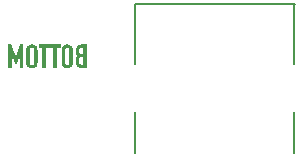
<source format=gbr>
%TF.GenerationSoftware,KiCad,Pcbnew,9.0.6*%
%TF.CreationDate,2026-02-06T14:40:20-05:00*%
%TF.ProjectId,DQ PS2 Controller Adapter,44512050-5332-4204-936f-6e74726f6c6c,1.0*%
%TF.SameCoordinates,Original*%
%TF.FileFunction,Legend,Bot*%
%TF.FilePolarity,Positive*%
%FSLAX46Y46*%
G04 Gerber Fmt 4.6, Leading zero omitted, Abs format (unit mm)*
G04 Created by KiCad (PCBNEW 9.0.6) date 2026-02-06 14:40:20*
%MOMM*%
%LPD*%
G01*
G04 APERTURE LIST*
%ADD10C,0.152000*%
%ADD11C,0.150000*%
G04 APERTURE END LIST*
D10*
G36*
X139817563Y-99170000D02*
G01*
X139429095Y-99170000D01*
X139288270Y-99159577D01*
X139177297Y-99131080D01*
X139090245Y-99087358D01*
X139022553Y-99029316D01*
X138969582Y-98955980D01*
X138929946Y-98866378D01*
X138904472Y-98757155D01*
X138895302Y-98624117D01*
X138895302Y-98544982D01*
X139161039Y-98544982D01*
X139166656Y-98680659D01*
X139177555Y-98739833D01*
X139197553Y-98788004D01*
X139228575Y-98827986D01*
X139272047Y-98858712D01*
X139326587Y-98876973D01*
X139408335Y-98884113D01*
X139531921Y-98884113D01*
X139531921Y-98239923D01*
X139405526Y-98239923D01*
X139330930Y-98245045D01*
X139279130Y-98258241D01*
X139236034Y-98282079D01*
X139203171Y-98316249D01*
X139182530Y-98358767D01*
X139169465Y-98412236D01*
X139161039Y-98544982D01*
X138895302Y-98544982D01*
X138895302Y-98511521D01*
X138901392Y-98404983D01*
X138917827Y-98322112D01*
X138942441Y-98258363D01*
X138979377Y-98201738D01*
X139027766Y-98155114D01*
X139089109Y-98117679D01*
X139002843Y-98054708D01*
X138945128Y-97984078D01*
X138923799Y-97939817D01*
X138907881Y-97886625D01*
X138898741Y-97827807D01*
X138895302Y-97750338D01*
X138895302Y-97710648D01*
X139161039Y-97710648D01*
X139167468Y-97800951D01*
X139184628Y-97868601D01*
X139210254Y-97918621D01*
X139249122Y-97955492D01*
X139310202Y-97980220D01*
X139402717Y-97989818D01*
X139531921Y-97989818D01*
X139531921Y-97442714D01*
X139413952Y-97442714D01*
X139320786Y-97451700D01*
X139257556Y-97475003D01*
X139215871Y-97509637D01*
X139187210Y-97557432D01*
X139168170Y-97622669D01*
X139161039Y-97710648D01*
X138895302Y-97710648D01*
X138895302Y-97677920D01*
X138902012Y-97581856D01*
X138921925Y-97490097D01*
X138957240Y-97404674D01*
X139009852Y-97329996D01*
X139078934Y-97268226D01*
X139167877Y-97218743D01*
X139270404Y-97188143D01*
X139401129Y-97176978D01*
X139817563Y-97176978D01*
X139817563Y-99170000D01*
G37*
G36*
X138248345Y-97164467D02*
G01*
X138334643Y-97187725D01*
X138415707Y-97225614D01*
X138487295Y-97277362D01*
X138549682Y-97345846D01*
X138599280Y-97431479D01*
X138630335Y-97528651D01*
X138641290Y-97644337D01*
X138641290Y-98698122D01*
X138630137Y-98818273D01*
X138599280Y-98913789D01*
X138549720Y-98996533D01*
X138487295Y-99062288D01*
X138415519Y-99116284D01*
X138334643Y-99154856D01*
X138248350Y-99178022D01*
X138162330Y-99185631D01*
X138076416Y-99178024D01*
X137990138Y-99154856D01*
X137908774Y-99116411D01*
X137834678Y-99062288D01*
X137774434Y-98996736D01*
X137725501Y-98913789D01*
X137694644Y-98818273D01*
X137683492Y-98698122D01*
X137683492Y-97644337D01*
X137969134Y-97644337D01*
X137969134Y-98698122D01*
X137976343Y-98764686D01*
X137995903Y-98814167D01*
X138026531Y-98850774D01*
X138088848Y-98887382D01*
X138162330Y-98899745D01*
X138235917Y-98887378D01*
X138298251Y-98850774D01*
X138328878Y-98814167D01*
X138348438Y-98764686D01*
X138355648Y-98698122D01*
X138355648Y-97644337D01*
X138348435Y-97577775D01*
X138328873Y-97528341D01*
X138298251Y-97491807D01*
X138235908Y-97455109D01*
X138162330Y-97442714D01*
X138088857Y-97455104D01*
X138026531Y-97491807D01*
X137995908Y-97528341D01*
X137976346Y-97577775D01*
X137969134Y-97644337D01*
X137683492Y-97644337D01*
X137694446Y-97528651D01*
X137725501Y-97431479D01*
X137774466Y-97345642D01*
X137834678Y-97277362D01*
X137908591Y-97225486D01*
X137990138Y-97187725D01*
X138076420Y-97164464D01*
X138162330Y-97156828D01*
X138248345Y-97164467D01*
G37*
G36*
X137275850Y-99170000D02*
G01*
X137275850Y-97442714D01*
X137607654Y-97442714D01*
X137607654Y-97176978D01*
X136661946Y-97176978D01*
X136661946Y-97442714D01*
X136990208Y-97442714D01*
X136990208Y-99170000D01*
X137275850Y-99170000D01*
G37*
G36*
X136347727Y-99170000D02*
G01*
X136347727Y-97442714D01*
X136679531Y-97442714D01*
X136679531Y-97176978D01*
X135733823Y-97176978D01*
X135733823Y-97442714D01*
X136062085Y-97442714D01*
X136062085Y-99170000D01*
X136347727Y-99170000D01*
G37*
G36*
X135266628Y-97164467D02*
G01*
X135352926Y-97187725D01*
X135433990Y-97225614D01*
X135505578Y-97277362D01*
X135567965Y-97345846D01*
X135617563Y-97431479D01*
X135648618Y-97528651D01*
X135659573Y-97644337D01*
X135659573Y-98698122D01*
X135648420Y-98818273D01*
X135617563Y-98913789D01*
X135568003Y-98996533D01*
X135505578Y-99062288D01*
X135433802Y-99116284D01*
X135352926Y-99154856D01*
X135266633Y-99178022D01*
X135180613Y-99185631D01*
X135094699Y-99178024D01*
X135008422Y-99154856D01*
X134927057Y-99116411D01*
X134852961Y-99062288D01*
X134792717Y-98996736D01*
X134743785Y-98913789D01*
X134712928Y-98818273D01*
X134701775Y-98698122D01*
X134701775Y-97644337D01*
X134987417Y-97644337D01*
X134987417Y-98698122D01*
X134994626Y-98764686D01*
X135014187Y-98814167D01*
X135044814Y-98850774D01*
X135107131Y-98887382D01*
X135180613Y-98899745D01*
X135254200Y-98887378D01*
X135316534Y-98850774D01*
X135347161Y-98814167D01*
X135366722Y-98764686D01*
X135373931Y-98698122D01*
X135373931Y-97644337D01*
X135366719Y-97577775D01*
X135347156Y-97528341D01*
X135316534Y-97491807D01*
X135254191Y-97455109D01*
X135180613Y-97442714D01*
X135107140Y-97455104D01*
X135044814Y-97491807D01*
X135014192Y-97528341D01*
X134994629Y-97577775D01*
X134987417Y-97644337D01*
X134701775Y-97644337D01*
X134712730Y-97528651D01*
X134743785Y-97431479D01*
X134792749Y-97345642D01*
X134852961Y-97277362D01*
X134926874Y-97225486D01*
X135008422Y-97187725D01*
X135094704Y-97164464D01*
X135180613Y-97156828D01*
X135266628Y-97164467D01*
G37*
G36*
X134452037Y-99170000D02*
G01*
X134452037Y-97176978D01*
X134180316Y-97176978D01*
X133811510Y-98232229D01*
X133805892Y-98232229D01*
X133439650Y-97176978D01*
X133162434Y-97176978D01*
X133162434Y-99170000D01*
X133448076Y-99170000D01*
X133448076Y-97957944D01*
X133453694Y-97957944D01*
X133738237Y-98814504D01*
X133881852Y-98814504D01*
X134166395Y-97957944D01*
X134166395Y-99170000D01*
X134452037Y-99170000D01*
G37*
D11*
%TO.C,J1*%
X143900000Y-93790000D02*
X143900000Y-98850000D01*
X143900000Y-106400000D02*
X143900000Y-102920000D01*
X157400000Y-93790000D02*
X157400000Y-98850000D01*
X157400000Y-106400000D02*
X157400000Y-102920000D01*
X157490000Y-93790000D02*
X143900000Y-93790000D01*
%TD*%
M02*

</source>
